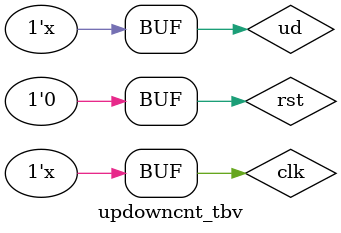
<source format=v>
`timescale 1ns / 1ps

module updowncnt_tbv;
reg clk, rst, ud;
wire [3:0] out;
wire [6:0] seg;

updowncnt u_updowncnt (
.clk(clk), .rst(rst), .ud(ud),
.out(out), .seg(seg) );


always #500 ud = ~ud;
always #10 clk = ~clk;
initial begin
    clk <= 1'b0;
    ud <= 1'b1;
    rst <= 1'b0;
    #20 rst <= 1'b1;
    #80 rst <= 1'b0;
    #50 rst <= 1'b0;
end
endmodule

</source>
